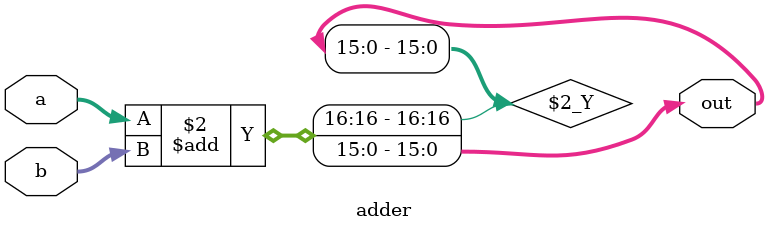
<source format=v>
module adder(input[16:0] a,b,
output [15:0]out
);
always@(*)
out = a + b;
endmodule

</source>
